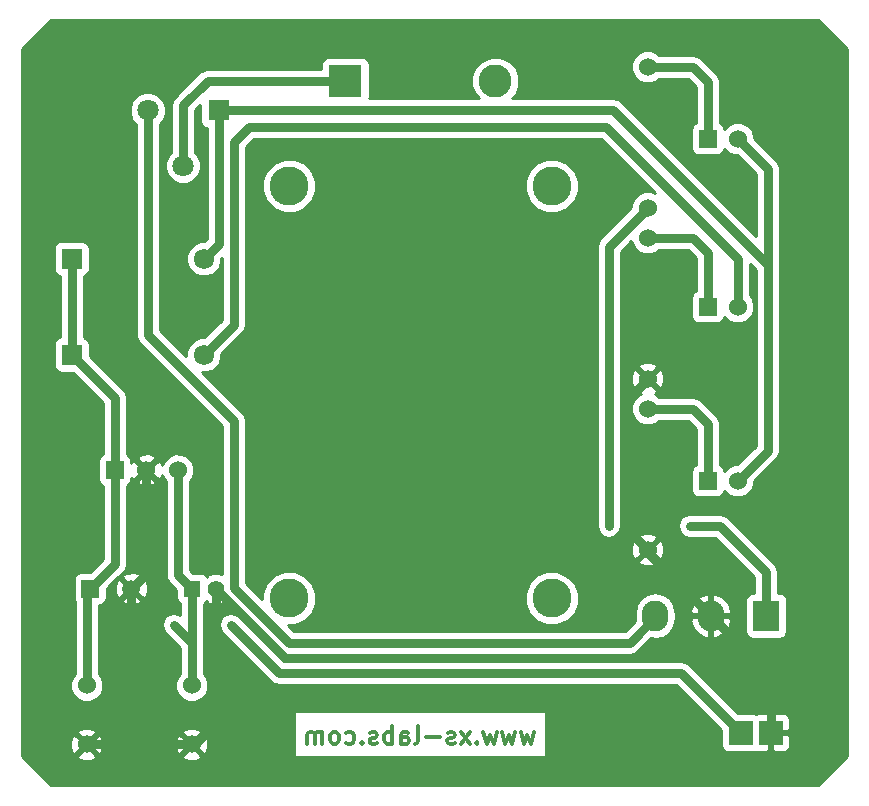
<source format=gbl>
G04 #@! TF.FileFunction,Copper,L2,Bot,Signal*
%FSLAX46Y46*%
G04 Gerber Fmt 4.6, Leading zero omitted, Abs format (unit mm)*
G04 Created by KiCad (PCBNEW (2015-08-21 BZR 6112)-product) date 2015 October 15, Thursday 21:52:47*
%MOMM*%
G01*
G04 APERTURE LIST*
%ADD10C,0.100000*%
%ADD11C,0.300000*%
%ADD12C,3.302000*%
%ADD13R,2.794000X2.794000*%
%ADD14C,2.794000*%
%ADD15R,1.500000X1.500000*%
%ADD16C,1.500000*%
%ADD17C,1.524000*%
%ADD18R,1.400000X1.400000*%
%ADD19C,1.400000*%
%ADD20C,1.724000*%
%ADD21R,1.724000X1.724000*%
%ADD22R,1.524000X1.524000*%
%ADD23O,2.235200X2.616200*%
%ADD24R,2.235200X2.616200*%
%ADD25R,2.032000X2.032000*%
%ADD26C,1.800000*%
%ADD27R,1.800000X1.800000*%
%ADD28C,0.635000*%
%ADD29C,0.762000*%
%ADD30C,0.254000*%
G04 APERTURE END LIST*
D10*
D11*
X143536572Y-125916571D02*
X143250858Y-126916571D01*
X142965144Y-126202286D01*
X142679429Y-126916571D01*
X142393715Y-125916571D01*
X141965143Y-125916571D02*
X141679429Y-126916571D01*
X141393715Y-126202286D01*
X141108000Y-126916571D01*
X140822286Y-125916571D01*
X140393714Y-125916571D02*
X140108000Y-126916571D01*
X139822286Y-126202286D01*
X139536571Y-126916571D01*
X139250857Y-125916571D01*
X138679428Y-126773714D02*
X138608000Y-126845143D01*
X138679428Y-126916571D01*
X138750857Y-126845143D01*
X138679428Y-126773714D01*
X138679428Y-126916571D01*
X138107999Y-126916571D02*
X137322285Y-125916571D01*
X138107999Y-125916571D02*
X137322285Y-126916571D01*
X136822285Y-126845143D02*
X136679428Y-126916571D01*
X136393713Y-126916571D01*
X136250856Y-126845143D01*
X136179428Y-126702286D01*
X136179428Y-126630857D01*
X136250856Y-126488000D01*
X136393713Y-126416571D01*
X136607999Y-126416571D01*
X136750856Y-126345143D01*
X136822285Y-126202286D01*
X136822285Y-126130857D01*
X136750856Y-125988000D01*
X136607999Y-125916571D01*
X136393713Y-125916571D01*
X136250856Y-125988000D01*
X135536570Y-126345143D02*
X134393713Y-126345143D01*
X133465141Y-126916571D02*
X133607999Y-126845143D01*
X133679427Y-126702286D01*
X133679427Y-125416571D01*
X132250856Y-126916571D02*
X132250856Y-126130857D01*
X132322285Y-125988000D01*
X132465142Y-125916571D01*
X132750856Y-125916571D01*
X132893713Y-125988000D01*
X132250856Y-126845143D02*
X132393713Y-126916571D01*
X132750856Y-126916571D01*
X132893713Y-126845143D01*
X132965142Y-126702286D01*
X132965142Y-126559429D01*
X132893713Y-126416571D01*
X132750856Y-126345143D01*
X132393713Y-126345143D01*
X132250856Y-126273714D01*
X131536570Y-126916571D02*
X131536570Y-125416571D01*
X131536570Y-125988000D02*
X131393713Y-125916571D01*
X131107999Y-125916571D01*
X130965142Y-125988000D01*
X130893713Y-126059429D01*
X130822284Y-126202286D01*
X130822284Y-126630857D01*
X130893713Y-126773714D01*
X130965142Y-126845143D01*
X131107999Y-126916571D01*
X131393713Y-126916571D01*
X131536570Y-126845143D01*
X130250856Y-126845143D02*
X130107999Y-126916571D01*
X129822284Y-126916571D01*
X129679427Y-126845143D01*
X129607999Y-126702286D01*
X129607999Y-126630857D01*
X129679427Y-126488000D01*
X129822284Y-126416571D01*
X130036570Y-126416571D01*
X130179427Y-126345143D01*
X130250856Y-126202286D01*
X130250856Y-126130857D01*
X130179427Y-125988000D01*
X130036570Y-125916571D01*
X129822284Y-125916571D01*
X129679427Y-125988000D01*
X128965141Y-126773714D02*
X128893713Y-126845143D01*
X128965141Y-126916571D01*
X129036570Y-126845143D01*
X128965141Y-126773714D01*
X128965141Y-126916571D01*
X127607998Y-126845143D02*
X127750855Y-126916571D01*
X128036569Y-126916571D01*
X128179427Y-126845143D01*
X128250855Y-126773714D01*
X128322284Y-126630857D01*
X128322284Y-126202286D01*
X128250855Y-126059429D01*
X128179427Y-125988000D01*
X128036569Y-125916571D01*
X127750855Y-125916571D01*
X127607998Y-125988000D01*
X126750855Y-126916571D02*
X126893713Y-126845143D01*
X126965141Y-126773714D01*
X127036570Y-126630857D01*
X127036570Y-126202286D01*
X126965141Y-126059429D01*
X126893713Y-125988000D01*
X126750855Y-125916571D01*
X126536570Y-125916571D01*
X126393713Y-125988000D01*
X126322284Y-126059429D01*
X126250855Y-126202286D01*
X126250855Y-126630857D01*
X126322284Y-126773714D01*
X126393713Y-126845143D01*
X126536570Y-126916571D01*
X126750855Y-126916571D01*
X125607998Y-126916571D02*
X125607998Y-125916571D01*
X125607998Y-126059429D02*
X125536570Y-125988000D01*
X125393712Y-125916571D01*
X125179427Y-125916571D01*
X125036570Y-125988000D01*
X124965141Y-126130857D01*
X124965141Y-126916571D01*
X124965141Y-126130857D02*
X124893712Y-125988000D01*
X124750855Y-125916571D01*
X124536570Y-125916571D01*
X124393712Y-125988000D01*
X124322284Y-126130857D01*
X124322284Y-126916571D01*
D12*
X122809000Y-114604800D03*
X122809000Y-79679800D03*
X145034000Y-114604800D03*
X145034000Y-79679800D03*
D13*
X127571500Y-70789800D03*
D14*
X140271500Y-70789800D03*
D15*
X105946000Y-113792000D03*
D16*
X109446000Y-113792000D03*
D17*
X105664000Y-121960000D03*
X105664000Y-126960000D03*
X114554000Y-121960000D03*
X114554000Y-126960000D03*
D18*
X114570000Y-113792000D03*
D19*
X116570000Y-113792000D03*
D20*
X115570000Y-85852000D03*
D21*
X104394000Y-85852000D03*
D20*
X115570000Y-93980000D03*
D21*
X104394000Y-93980000D03*
D17*
X160782000Y-104648000D03*
D22*
X158242000Y-104648000D03*
D17*
X160782000Y-89916000D03*
D22*
X158242000Y-89916000D03*
D17*
X160782000Y-75692000D03*
D22*
X158242000Y-75692000D03*
D17*
X153162000Y-110490000D03*
X153162000Y-98552000D03*
X153162000Y-96012000D03*
X153162000Y-84074000D03*
X153162000Y-81534000D03*
X153162000Y-69596000D03*
D23*
X158496000Y-116078000D03*
X153797000Y-116078000D03*
D24*
X163195000Y-116078000D03*
D22*
X108040000Y-103734000D03*
D17*
X110710000Y-103734000D03*
X113380000Y-103734000D03*
D25*
X161036000Y-125984000D03*
X163576000Y-125984000D03*
D26*
X113824000Y-77980000D03*
X110824000Y-73280000D03*
D27*
X116824000Y-73280000D03*
D28*
X140208000Y-74676000D03*
X117856000Y-116840000D03*
X113030000Y-116840000D03*
X156718000Y-108458000D03*
X149860000Y-108458000D03*
D29*
X113824000Y-77980000D02*
X113824000Y-72866000D01*
X115900200Y-70789800D02*
X127571500Y-70789800D01*
X113824000Y-72866000D02*
X115900200Y-70789800D01*
X160782000Y-89916000D02*
X160782000Y-85852000D01*
X118110000Y-91440000D02*
X115570000Y-93980000D01*
X118110000Y-75946000D02*
X118110000Y-91440000D01*
X119380000Y-74676000D02*
X118110000Y-75946000D01*
X149606000Y-74676000D02*
X140208000Y-74676000D01*
X140208000Y-74676000D02*
X119380000Y-74676000D01*
X160782000Y-85852000D02*
X149606000Y-74676000D01*
X104394000Y-85852000D02*
X104394000Y-93980000D01*
X108040000Y-103734000D02*
X108040000Y-97626000D01*
X108040000Y-97626000D02*
X104394000Y-93980000D01*
X105664000Y-121960000D02*
X105664000Y-114074000D01*
X105664000Y-114074000D02*
X105946000Y-113792000D01*
X108040000Y-103734000D02*
X108040000Y-111698000D01*
X108040000Y-111698000D02*
X105946000Y-113792000D01*
X105946000Y-121678000D02*
X105664000Y-121960000D01*
X116586000Y-113792000D02*
X122428000Y-119634000D01*
X122428000Y-119634000D02*
X162052000Y-119634000D01*
X163576000Y-124968000D02*
X163576000Y-121158000D01*
X162052000Y-119634000D02*
X158496000Y-116078000D01*
X163576000Y-121158000D02*
X162052000Y-119634000D01*
X153162000Y-96012000D02*
X151130000Y-98044000D01*
X151130000Y-108458000D02*
X153162000Y-110490000D01*
X151130000Y-98044000D02*
X151130000Y-108458000D01*
X116570000Y-113792000D02*
X116586000Y-113792000D01*
X109446000Y-113792000D02*
X109446000Y-126960000D01*
X109474000Y-127000000D02*
X109474000Y-126960000D01*
X109474000Y-126988000D02*
X109474000Y-127000000D01*
X109446000Y-126960000D02*
X109474000Y-126988000D01*
X153162000Y-110490000D02*
X153162000Y-110744000D01*
X153162000Y-110744000D02*
X158496000Y-116078000D01*
X116570000Y-113792000D02*
X116570000Y-125206000D01*
X116570000Y-125206000D02*
X114816000Y-126960000D01*
X114816000Y-126960000D02*
X114554000Y-126960000D01*
X114554000Y-126960000D02*
X109474000Y-126960000D01*
X109474000Y-126960000D02*
X105664000Y-126960000D01*
X110710000Y-103734000D02*
X110710000Y-112528000D01*
X110710000Y-112528000D02*
X109446000Y-113792000D01*
X109446000Y-113792000D02*
X109474000Y-113792000D01*
X161036000Y-125984000D02*
X155956000Y-120904000D01*
X155956000Y-120904000D02*
X121920000Y-120904000D01*
X121920000Y-120904000D02*
X117856000Y-116840000D01*
X113030000Y-116840000D02*
X114554000Y-118364000D01*
X114554000Y-121960000D02*
X114554000Y-118364000D01*
X114554000Y-118364000D02*
X114554000Y-113808000D01*
X114554000Y-113808000D02*
X114570000Y-113792000D01*
X114340000Y-121960000D02*
X114554000Y-121960000D01*
X114570000Y-121944000D02*
X114554000Y-121960000D01*
X113380000Y-103734000D02*
X113380000Y-112602000D01*
X113380000Y-112602000D02*
X114570000Y-113792000D01*
X114570000Y-121944000D02*
X114554000Y-121960000D01*
X116824000Y-73280000D02*
X116824000Y-84598000D01*
X116824000Y-84598000D02*
X115570000Y-85852000D01*
X116824000Y-73280000D02*
X150242000Y-73280000D01*
X150242000Y-73280000D02*
X163322000Y-86360000D01*
X160782000Y-75692000D02*
X163322000Y-78232000D01*
X163322000Y-78232000D02*
X163322000Y-86360000D01*
X163322000Y-102108000D02*
X160782000Y-104648000D01*
X163322000Y-86360000D02*
X163322000Y-102108000D01*
X160782000Y-75692000D02*
X160782000Y-75946000D01*
X153162000Y-98552000D02*
X156972000Y-98552000D01*
X158242000Y-99822000D02*
X158242000Y-104648000D01*
X156972000Y-98552000D02*
X158242000Y-99822000D01*
X153162000Y-84074000D02*
X156972000Y-84074000D01*
X158242000Y-85344000D02*
X158242000Y-89916000D01*
X156972000Y-84074000D02*
X158242000Y-85344000D01*
X153162000Y-69596000D02*
X156972000Y-69596000D01*
X158242000Y-70866000D02*
X158242000Y-75692000D01*
X156972000Y-69596000D02*
X158242000Y-70866000D01*
X153797000Y-116078000D02*
X153797000Y-116205000D01*
X153797000Y-116205000D02*
X151638000Y-118364000D01*
X110824000Y-92282000D02*
X110824000Y-73280000D01*
X118110000Y-99568000D02*
X110824000Y-92282000D01*
X118110000Y-113699552D02*
X118110000Y-99568000D01*
X122774448Y-118364000D02*
X118110000Y-113699552D01*
X151638000Y-118364000D02*
X122774448Y-118364000D01*
X153797000Y-115189000D02*
X153797000Y-116078000D01*
X153162000Y-81534000D02*
X149860000Y-84836000D01*
X163195000Y-112395000D02*
X163195000Y-116078000D01*
X159258000Y-108458000D02*
X163195000Y-112395000D01*
X156718000Y-108458000D02*
X159258000Y-108458000D01*
X149860000Y-84836000D02*
X149860000Y-108458000D01*
D30*
G36*
X170053000Y-68124606D02*
X170053000Y-127963394D01*
X167587394Y-130429000D01*
X102668606Y-130429000D01*
X100203000Y-127963394D01*
X100203000Y-127940213D01*
X104863392Y-127940213D01*
X104932857Y-128182397D01*
X105456302Y-128369144D01*
X106011368Y-128341362D01*
X106395143Y-128182397D01*
X106464608Y-127940213D01*
X113753392Y-127940213D01*
X113822857Y-128182397D01*
X114346302Y-128369144D01*
X114901368Y-128341362D01*
X115285143Y-128182397D01*
X115354608Y-127940213D01*
X114554000Y-127139605D01*
X113753392Y-127940213D01*
X106464608Y-127940213D01*
X105664000Y-127139605D01*
X104863392Y-127940213D01*
X100203000Y-127940213D01*
X100203000Y-126752302D01*
X104254856Y-126752302D01*
X104282638Y-127307368D01*
X104441603Y-127691143D01*
X104683787Y-127760608D01*
X105484395Y-126960000D01*
X105843605Y-126960000D01*
X106644213Y-127760608D01*
X106886397Y-127691143D01*
X107073144Y-127167698D01*
X107052353Y-126752302D01*
X113144856Y-126752302D01*
X113172638Y-127307368D01*
X113331603Y-127691143D01*
X113573787Y-127760608D01*
X114374395Y-126960000D01*
X114733605Y-126960000D01*
X115534213Y-127760608D01*
X115776397Y-127691143D01*
X115963144Y-127167698D01*
X115935362Y-126612632D01*
X115776397Y-126228857D01*
X115534213Y-126159392D01*
X114733605Y-126960000D01*
X114374395Y-126960000D01*
X113573787Y-126159392D01*
X113331603Y-126228857D01*
X113144856Y-126752302D01*
X107052353Y-126752302D01*
X107045362Y-126612632D01*
X106886397Y-126228857D01*
X106644213Y-126159392D01*
X105843605Y-126960000D01*
X105484395Y-126960000D01*
X104683787Y-126159392D01*
X104441603Y-126228857D01*
X104254856Y-126752302D01*
X100203000Y-126752302D01*
X100203000Y-125979787D01*
X104863392Y-125979787D01*
X105664000Y-126780395D01*
X106464608Y-125979787D01*
X113753392Y-125979787D01*
X114554000Y-126780395D01*
X115354608Y-125979787D01*
X115285143Y-125737603D01*
X114761698Y-125550856D01*
X114206632Y-125578638D01*
X113822857Y-125737603D01*
X113753392Y-125979787D01*
X106464608Y-125979787D01*
X106395143Y-125737603D01*
X105871698Y-125550856D01*
X105316632Y-125578638D01*
X104932857Y-125737603D01*
X104863392Y-125979787D01*
X100203000Y-125979787D01*
X100203000Y-124103000D01*
X123180142Y-124103000D01*
X123180142Y-128073000D01*
X144535859Y-128073000D01*
X144535859Y-124103000D01*
X123180142Y-124103000D01*
X100203000Y-124103000D01*
X100203000Y-84990000D01*
X102884560Y-84990000D01*
X102884560Y-86714000D01*
X102928838Y-86949317D01*
X103067910Y-87165441D01*
X103280110Y-87310431D01*
X103378000Y-87330254D01*
X103378000Y-92499537D01*
X103296683Y-92514838D01*
X103080559Y-92653910D01*
X102935569Y-92866110D01*
X102884560Y-93118000D01*
X102884560Y-94842000D01*
X102928838Y-95077317D01*
X103067910Y-95293441D01*
X103280110Y-95438431D01*
X103532000Y-95489440D01*
X104466600Y-95489440D01*
X107024000Y-98046841D01*
X107024000Y-102380860D01*
X106826559Y-102507910D01*
X106681569Y-102720110D01*
X106630560Y-102972000D01*
X106630560Y-104496000D01*
X106674838Y-104731317D01*
X106813910Y-104947441D01*
X107024000Y-105090989D01*
X107024000Y-111277159D01*
X105906600Y-112394560D01*
X105196000Y-112394560D01*
X104960683Y-112438838D01*
X104744559Y-112577910D01*
X104599569Y-112790110D01*
X104548560Y-113042000D01*
X104548560Y-114542000D01*
X104592838Y-114777317D01*
X104648000Y-114863041D01*
X104648000Y-121000293D01*
X104480371Y-121167630D01*
X104267243Y-121680900D01*
X104266758Y-122236661D01*
X104478990Y-122750303D01*
X104871630Y-123143629D01*
X105384900Y-123356757D01*
X105940661Y-123357242D01*
X106454303Y-123145010D01*
X106847629Y-122752370D01*
X107060757Y-122239100D01*
X107061242Y-121683339D01*
X106849010Y-121169697D01*
X106715353Y-121035807D01*
X106680000Y-120982897D01*
X106680000Y-115189440D01*
X106696000Y-115189440D01*
X106931317Y-115145162D01*
X107147441Y-115006090D01*
X107292431Y-114793890D01*
X107298581Y-114763517D01*
X108654088Y-114763517D01*
X108722077Y-115004460D01*
X109241171Y-115189201D01*
X109791448Y-115161230D01*
X110169923Y-115004460D01*
X110237912Y-114763517D01*
X109446000Y-113971605D01*
X108654088Y-114763517D01*
X107298581Y-114763517D01*
X107343440Y-114542000D01*
X107343440Y-113831400D01*
X107587669Y-113587171D01*
X108048799Y-113587171D01*
X108076770Y-114137448D01*
X108233540Y-114515923D01*
X108474483Y-114583912D01*
X109266395Y-113792000D01*
X109625605Y-113792000D01*
X110417517Y-114583912D01*
X110658460Y-114515923D01*
X110843201Y-113996829D01*
X110815230Y-113446552D01*
X110658460Y-113068077D01*
X110417517Y-113000088D01*
X109625605Y-113792000D01*
X109266395Y-113792000D01*
X108474483Y-113000088D01*
X108233540Y-113068077D01*
X108048799Y-113587171D01*
X107587669Y-113587171D01*
X108354357Y-112820483D01*
X108654088Y-112820483D01*
X109446000Y-113612395D01*
X110237912Y-112820483D01*
X110169923Y-112579540D01*
X109650829Y-112394799D01*
X109100552Y-112422770D01*
X108722077Y-112579540D01*
X108654088Y-112820483D01*
X108354357Y-112820483D01*
X108758420Y-112416421D01*
X108978661Y-112086807D01*
X108978662Y-112086806D01*
X109056000Y-111698000D01*
X109056000Y-105087140D01*
X109253441Y-104960090D01*
X109398431Y-104747890D01*
X109405250Y-104714213D01*
X109909392Y-104714213D01*
X109978857Y-104956397D01*
X110502302Y-105143144D01*
X111057368Y-105115362D01*
X111441143Y-104956397D01*
X111510608Y-104714213D01*
X110710000Y-103913605D01*
X109909392Y-104714213D01*
X109405250Y-104714213D01*
X109449440Y-104496000D01*
X109449440Y-104373009D01*
X109487603Y-104465143D01*
X109729787Y-104534608D01*
X110530395Y-103734000D01*
X109729787Y-102933392D01*
X109487603Y-103002857D01*
X109449440Y-103109826D01*
X109449440Y-102972000D01*
X109408381Y-102753787D01*
X109909392Y-102753787D01*
X110710000Y-103554395D01*
X111510608Y-102753787D01*
X111441143Y-102511603D01*
X110917698Y-102324856D01*
X110362632Y-102352638D01*
X109978857Y-102511603D01*
X109909392Y-102753787D01*
X109408381Y-102753787D01*
X109405162Y-102736683D01*
X109266090Y-102520559D01*
X109056000Y-102377011D01*
X109056000Y-97626000D01*
X108978662Y-97237194D01*
X108978662Y-97237193D01*
X108758421Y-96907580D01*
X105903440Y-94052600D01*
X105903440Y-93118000D01*
X105859162Y-92882683D01*
X105720090Y-92666559D01*
X105507890Y-92521569D01*
X105410000Y-92501746D01*
X105410000Y-87332463D01*
X105491317Y-87317162D01*
X105707441Y-87178090D01*
X105852431Y-86965890D01*
X105903440Y-86714000D01*
X105903440Y-84990000D01*
X105859162Y-84754683D01*
X105720090Y-84538559D01*
X105507890Y-84393569D01*
X105256000Y-84342560D01*
X103532000Y-84342560D01*
X103296683Y-84386838D01*
X103080559Y-84525910D01*
X102935569Y-84738110D01*
X102884560Y-84990000D01*
X100203000Y-84990000D01*
X100203000Y-73583991D01*
X109288735Y-73583991D01*
X109521932Y-74148371D01*
X109808000Y-74434940D01*
X109808000Y-92282000D01*
X109842611Y-92456000D01*
X109885338Y-92670807D01*
X110105580Y-93000420D01*
X117094000Y-99988841D01*
X117094000Y-112561163D01*
X116762878Y-112444581D01*
X116232560Y-112473336D01*
X115876169Y-112620958D01*
X115831375Y-112791744D01*
X115734090Y-112640559D01*
X115521890Y-112495569D01*
X115270000Y-112444560D01*
X114659400Y-112444560D01*
X114396000Y-112181160D01*
X114396000Y-104693707D01*
X114563629Y-104526370D01*
X114776757Y-104013100D01*
X114777242Y-103457339D01*
X114565010Y-102943697D01*
X114172370Y-102550371D01*
X113659100Y-102337243D01*
X113103339Y-102336758D01*
X112589697Y-102548990D01*
X112196371Y-102941630D01*
X112051525Y-103290458D01*
X111932397Y-103002857D01*
X111690213Y-102933392D01*
X110889605Y-103734000D01*
X111690213Y-104534608D01*
X111932397Y-104465143D01*
X112042745Y-104155841D01*
X112194990Y-104524303D01*
X112364000Y-104693608D01*
X112364000Y-112602000D01*
X112414668Y-112856725D01*
X112441338Y-112990807D01*
X112661580Y-113320420D01*
X113222560Y-113881400D01*
X113222560Y-114492000D01*
X113266838Y-114727317D01*
X113405910Y-114943441D01*
X113538000Y-115033694D01*
X113538000Y-115980981D01*
X113418807Y-115901338D01*
X113030000Y-115824001D01*
X112641193Y-115901338D01*
X112311580Y-116121580D01*
X112091338Y-116451193D01*
X112014001Y-116840000D01*
X112091338Y-117228807D01*
X112311580Y-117558420D01*
X113538000Y-118784841D01*
X113538000Y-121000293D01*
X113370371Y-121167630D01*
X113157243Y-121680900D01*
X113156758Y-122236661D01*
X113368990Y-122750303D01*
X113761630Y-123143629D01*
X114274900Y-123356757D01*
X114830661Y-123357242D01*
X115344303Y-123145010D01*
X115737629Y-122752370D01*
X115950757Y-122239100D01*
X115951242Y-121683339D01*
X115739010Y-121169697D01*
X115570000Y-121000392D01*
X115570000Y-116840000D01*
X116840001Y-116840000D01*
X116917338Y-117228807D01*
X117137580Y-117558420D01*
X121201580Y-121622421D01*
X121531193Y-121842662D01*
X121595700Y-121855493D01*
X121920000Y-121920000D01*
X155535160Y-121920000D01*
X159372560Y-125757401D01*
X159372560Y-127000000D01*
X159416838Y-127235317D01*
X159555910Y-127451441D01*
X159768110Y-127596431D01*
X160020000Y-127647440D01*
X162052000Y-127647440D01*
X162287317Y-127603162D01*
X162314539Y-127585645D01*
X162433691Y-127635000D01*
X163290250Y-127635000D01*
X163449000Y-127476250D01*
X163449000Y-126111000D01*
X163703000Y-126111000D01*
X163703000Y-127476250D01*
X163861750Y-127635000D01*
X164718309Y-127635000D01*
X164951698Y-127538327D01*
X165130327Y-127359699D01*
X165227000Y-127126310D01*
X165227000Y-126269750D01*
X165068250Y-126111000D01*
X163703000Y-126111000D01*
X163449000Y-126111000D01*
X163429000Y-126111000D01*
X163429000Y-125857000D01*
X163449000Y-125857000D01*
X163449000Y-124491750D01*
X163703000Y-124491750D01*
X163703000Y-125857000D01*
X165068250Y-125857000D01*
X165227000Y-125698250D01*
X165227000Y-124841690D01*
X165130327Y-124608301D01*
X164951698Y-124429673D01*
X164718309Y-124333000D01*
X163861750Y-124333000D01*
X163703000Y-124491750D01*
X163449000Y-124491750D01*
X163290250Y-124333000D01*
X162433691Y-124333000D01*
X162317737Y-124381030D01*
X162303890Y-124371569D01*
X162052000Y-124320560D01*
X160809401Y-124320560D01*
X156674420Y-120185580D01*
X156344807Y-119965338D01*
X156280300Y-119952507D01*
X155956000Y-119888000D01*
X122340841Y-119888000D01*
X118574420Y-116121580D01*
X118244807Y-115901338D01*
X117856000Y-115824001D01*
X117467193Y-115901338D01*
X117137580Y-116121580D01*
X116917338Y-116451193D01*
X116840001Y-116840000D01*
X115570000Y-116840000D01*
X115570000Y-115053540D01*
X115721441Y-114956090D01*
X115831932Y-114794381D01*
X115876169Y-114963042D01*
X116377122Y-115139419D01*
X116907440Y-115110664D01*
X117263831Y-114963042D01*
X117325669Y-114727275D01*
X116570000Y-113971605D01*
X116555858Y-113985748D01*
X116376252Y-113806142D01*
X116390395Y-113792000D01*
X116376252Y-113777858D01*
X116555858Y-113598252D01*
X116570000Y-113612395D01*
X116584142Y-113598252D01*
X116763748Y-113777858D01*
X116749605Y-113792000D01*
X117505275Y-114547669D01*
X117517952Y-114544344D01*
X122056028Y-119082421D01*
X122385641Y-119302662D01*
X122774448Y-119380000D01*
X151638000Y-119380000D01*
X151962300Y-119315493D01*
X152026807Y-119302662D01*
X152356420Y-119082420D01*
X153448912Y-117989929D01*
X153797000Y-118059168D01*
X154467691Y-117925759D01*
X155036275Y-117545843D01*
X155416191Y-116977259D01*
X155515040Y-116480308D01*
X156752777Y-116480308D01*
X156966527Y-117131288D01*
X157413126Y-117650916D01*
X158024583Y-117960084D01*
X158097117Y-117975104D01*
X158369000Y-117857282D01*
X158369000Y-116205000D01*
X158623000Y-116205000D01*
X158623000Y-117857282D01*
X158894883Y-117975104D01*
X158967417Y-117960084D01*
X159578874Y-117650916D01*
X160025473Y-117131288D01*
X160239223Y-116480308D01*
X160092145Y-116205000D01*
X158623000Y-116205000D01*
X158369000Y-116205000D01*
X156899855Y-116205000D01*
X156752777Y-116480308D01*
X155515040Y-116480308D01*
X155549600Y-116306568D01*
X155549600Y-115849432D01*
X155515041Y-115675692D01*
X156752777Y-115675692D01*
X156899855Y-115951000D01*
X158369000Y-115951000D01*
X158369000Y-114298718D01*
X158623000Y-114298718D01*
X158623000Y-115951000D01*
X160092145Y-115951000D01*
X160239223Y-115675692D01*
X160025473Y-115024712D01*
X159578874Y-114505084D01*
X158967417Y-114195916D01*
X158894883Y-114180896D01*
X158623000Y-114298718D01*
X158369000Y-114298718D01*
X158097117Y-114180896D01*
X158024583Y-114195916D01*
X157413126Y-114505084D01*
X156966527Y-115024712D01*
X156752777Y-115675692D01*
X155515041Y-115675692D01*
X155416191Y-115178741D01*
X155036275Y-114610157D01*
X154467691Y-114230241D01*
X153797000Y-114096832D01*
X153126309Y-114230241D01*
X152557725Y-114610157D01*
X152177809Y-115178741D01*
X152044400Y-115849432D01*
X152044400Y-116306568D01*
X152079937Y-116485223D01*
X151217160Y-117348000D01*
X123195289Y-117348000D01*
X122738028Y-116890739D01*
X123261719Y-116891196D01*
X124102223Y-116543906D01*
X124745846Y-115901405D01*
X125094602Y-115061508D01*
X125094605Y-115057519D01*
X142747604Y-115057519D01*
X143094894Y-115898023D01*
X143737395Y-116541646D01*
X144577292Y-116890402D01*
X145486719Y-116891196D01*
X146327223Y-116543906D01*
X146970846Y-115901405D01*
X147319602Y-115061508D01*
X147320396Y-114152081D01*
X146973106Y-113311577D01*
X146330605Y-112667954D01*
X145490708Y-112319198D01*
X144581281Y-112318404D01*
X143740777Y-112665694D01*
X143097154Y-113308195D01*
X142748398Y-114148092D01*
X142747604Y-115057519D01*
X125094605Y-115057519D01*
X125095396Y-114152081D01*
X124748106Y-113311577D01*
X124105605Y-112667954D01*
X123265708Y-112319198D01*
X122356281Y-112318404D01*
X121515777Y-112665694D01*
X120872154Y-113308195D01*
X120523398Y-114148092D01*
X120522937Y-114675649D01*
X119126000Y-113278712D01*
X119126000Y-111470213D01*
X152361392Y-111470213D01*
X152430857Y-111712397D01*
X152954302Y-111899144D01*
X153509368Y-111871362D01*
X153893143Y-111712397D01*
X153962608Y-111470213D01*
X153162000Y-110669605D01*
X152361392Y-111470213D01*
X119126000Y-111470213D01*
X119126000Y-110282302D01*
X151752856Y-110282302D01*
X151780638Y-110837368D01*
X151939603Y-111221143D01*
X152181787Y-111290608D01*
X152982395Y-110490000D01*
X153341605Y-110490000D01*
X154142213Y-111290608D01*
X154384397Y-111221143D01*
X154571144Y-110697698D01*
X154543362Y-110142632D01*
X154384397Y-109758857D01*
X154142213Y-109689392D01*
X153341605Y-110490000D01*
X152982395Y-110490000D01*
X152181787Y-109689392D01*
X151939603Y-109758857D01*
X151752856Y-110282302D01*
X119126000Y-110282302D01*
X119126000Y-109509787D01*
X152361392Y-109509787D01*
X153162000Y-110310395D01*
X153962608Y-109509787D01*
X153893143Y-109267603D01*
X153369698Y-109080856D01*
X152814632Y-109108638D01*
X152430857Y-109267603D01*
X152361392Y-109509787D01*
X119126000Y-109509787D01*
X119126000Y-99568000D01*
X119048662Y-99179194D01*
X119048662Y-99179193D01*
X118828420Y-98849579D01*
X115455742Y-95476901D01*
X115866465Y-95477259D01*
X116416875Y-95249835D01*
X116838355Y-94829090D01*
X117066740Y-94279078D01*
X117067053Y-93919787D01*
X118828420Y-92158421D01*
X119048661Y-91828807D01*
X119048662Y-91828806D01*
X119126000Y-91440000D01*
X119126000Y-80132519D01*
X120522604Y-80132519D01*
X120869894Y-80973023D01*
X121512395Y-81616646D01*
X122352292Y-81965402D01*
X123261719Y-81966196D01*
X124102223Y-81618906D01*
X124745846Y-80976405D01*
X125094602Y-80136508D01*
X125094605Y-80132519D01*
X142747604Y-80132519D01*
X143094894Y-80973023D01*
X143737395Y-81616646D01*
X144577292Y-81965402D01*
X145486719Y-81966196D01*
X146327223Y-81618906D01*
X146970846Y-80976405D01*
X147319602Y-80136508D01*
X147320396Y-79227081D01*
X146973106Y-78386577D01*
X146330605Y-77742954D01*
X145490708Y-77394198D01*
X144581281Y-77393404D01*
X143740777Y-77740694D01*
X143097154Y-78383195D01*
X142748398Y-79223092D01*
X142747604Y-80132519D01*
X125094605Y-80132519D01*
X125095396Y-79227081D01*
X124748106Y-78386577D01*
X124105605Y-77742954D01*
X123265708Y-77394198D01*
X122356281Y-77393404D01*
X121515777Y-77740694D01*
X120872154Y-78383195D01*
X120523398Y-79223092D01*
X120522604Y-80132519D01*
X119126000Y-80132519D01*
X119126000Y-76366840D01*
X119800841Y-75692000D01*
X149185160Y-75692000D01*
X153764825Y-80271665D01*
X153441100Y-80137243D01*
X152885339Y-80136758D01*
X152371697Y-80348990D01*
X151978371Y-80741630D01*
X151765243Y-81254900D01*
X151765034Y-81494125D01*
X149141580Y-84117580D01*
X148921338Y-84447193D01*
X148918232Y-84462807D01*
X148844000Y-84836000D01*
X148844000Y-108458000D01*
X148921338Y-108846806D01*
X149141580Y-109176420D01*
X149471194Y-109396662D01*
X149860000Y-109474000D01*
X150248806Y-109396662D01*
X150578420Y-109176420D01*
X150798662Y-108846806D01*
X150876000Y-108458000D01*
X155702000Y-108458000D01*
X155779338Y-108846806D01*
X155999580Y-109176420D01*
X156329194Y-109396662D01*
X156718000Y-109474000D01*
X158837160Y-109474000D01*
X162179000Y-112815841D01*
X162179000Y-114122460D01*
X162077400Y-114122460D01*
X161842083Y-114166738D01*
X161625959Y-114305810D01*
X161480969Y-114518010D01*
X161429960Y-114769900D01*
X161429960Y-117386100D01*
X161474238Y-117621417D01*
X161613310Y-117837541D01*
X161825510Y-117982531D01*
X162077400Y-118033540D01*
X164312600Y-118033540D01*
X164547917Y-117989262D01*
X164764041Y-117850190D01*
X164909031Y-117637990D01*
X164960040Y-117386100D01*
X164960040Y-114769900D01*
X164915762Y-114534583D01*
X164776690Y-114318459D01*
X164564490Y-114173469D01*
X164312600Y-114122460D01*
X164211000Y-114122460D01*
X164211000Y-112395000D01*
X164133662Y-112006194D01*
X164133662Y-112006193D01*
X163913421Y-111676580D01*
X159976420Y-107739580D01*
X159646807Y-107519338D01*
X159576408Y-107505335D01*
X159258000Y-107442000D01*
X156718000Y-107442000D01*
X156329194Y-107519338D01*
X155999580Y-107739580D01*
X155779338Y-108069194D01*
X155702000Y-108458000D01*
X150876000Y-108458000D01*
X150876000Y-95804302D01*
X151752856Y-95804302D01*
X151780638Y-96359368D01*
X151939603Y-96743143D01*
X152181787Y-96812608D01*
X152982395Y-96012000D01*
X153341605Y-96012000D01*
X154142213Y-96812608D01*
X154384397Y-96743143D01*
X154571144Y-96219698D01*
X154543362Y-95664632D01*
X154384397Y-95280857D01*
X154142213Y-95211392D01*
X153341605Y-96012000D01*
X152982395Y-96012000D01*
X152181787Y-95211392D01*
X151939603Y-95280857D01*
X151752856Y-95804302D01*
X150876000Y-95804302D01*
X150876000Y-95031787D01*
X152361392Y-95031787D01*
X153162000Y-95832395D01*
X153962608Y-95031787D01*
X153893143Y-94789603D01*
X153369698Y-94602856D01*
X152814632Y-94630638D01*
X152430857Y-94789603D01*
X152361392Y-95031787D01*
X150876000Y-95031787D01*
X150876000Y-85256840D01*
X151769852Y-84362989D01*
X151976990Y-84864303D01*
X152369630Y-85257629D01*
X152882900Y-85470757D01*
X153438661Y-85471242D01*
X153952303Y-85259010D01*
X154121608Y-85090000D01*
X156551160Y-85090000D01*
X157226000Y-85764841D01*
X157226000Y-88562860D01*
X157028559Y-88689910D01*
X156883569Y-88902110D01*
X156832560Y-89154000D01*
X156832560Y-90678000D01*
X156876838Y-90913317D01*
X157015910Y-91129441D01*
X157228110Y-91274431D01*
X157480000Y-91325440D01*
X159004000Y-91325440D01*
X159239317Y-91281162D01*
X159455441Y-91142090D01*
X159600431Y-90929890D01*
X159637492Y-90746876D01*
X159989630Y-91099629D01*
X160502900Y-91312757D01*
X161058661Y-91313242D01*
X161572303Y-91101010D01*
X161965629Y-90708370D01*
X162178757Y-90195100D01*
X162179242Y-89639339D01*
X161967010Y-89125697D01*
X161798000Y-88956392D01*
X161798000Y-86272841D01*
X162306000Y-86780841D01*
X162306000Y-101687159D01*
X160742195Y-103250965D01*
X160505339Y-103250758D01*
X159991697Y-103462990D01*
X159638237Y-103815833D01*
X159607162Y-103650683D01*
X159468090Y-103434559D01*
X159258000Y-103291011D01*
X159258000Y-99822000D01*
X159180662Y-99433194D01*
X159107581Y-99323821D01*
X158960420Y-99103579D01*
X157690420Y-97833580D01*
X157360807Y-97613338D01*
X157296300Y-97600507D01*
X156972000Y-97536000D01*
X154121707Y-97536000D01*
X153954370Y-97368371D01*
X153762273Y-97288605D01*
X153893143Y-97234397D01*
X153962608Y-96992213D01*
X153162000Y-96191605D01*
X152361392Y-96992213D01*
X152430857Y-97234397D01*
X152571318Y-97284509D01*
X152371697Y-97366990D01*
X151978371Y-97759630D01*
X151765243Y-98272900D01*
X151764758Y-98828661D01*
X151976990Y-99342303D01*
X152369630Y-99735629D01*
X152882900Y-99948757D01*
X153438661Y-99949242D01*
X153952303Y-99737010D01*
X154121608Y-99568000D01*
X156551160Y-99568000D01*
X157226000Y-100242841D01*
X157226000Y-103294860D01*
X157028559Y-103421910D01*
X156883569Y-103634110D01*
X156832560Y-103886000D01*
X156832560Y-105410000D01*
X156876838Y-105645317D01*
X157015910Y-105861441D01*
X157228110Y-106006431D01*
X157480000Y-106057440D01*
X159004000Y-106057440D01*
X159239317Y-106013162D01*
X159455441Y-105874090D01*
X159600431Y-105661890D01*
X159637492Y-105478876D01*
X159989630Y-105831629D01*
X160502900Y-106044757D01*
X161058661Y-106045242D01*
X161572303Y-105833010D01*
X161965629Y-105440370D01*
X162178757Y-104927100D01*
X162178966Y-104687875D01*
X164040420Y-102826421D01*
X164224871Y-102550371D01*
X164260662Y-102496806D01*
X164338000Y-102108000D01*
X164338000Y-78232000D01*
X164260662Y-77843194D01*
X164147162Y-77673330D01*
X164040420Y-77513579D01*
X162179035Y-75652195D01*
X162179242Y-75415339D01*
X161967010Y-74901697D01*
X161574370Y-74508371D01*
X161061100Y-74295243D01*
X160505339Y-74294758D01*
X159991697Y-74506990D01*
X159638237Y-74859833D01*
X159607162Y-74694683D01*
X159468090Y-74478559D01*
X159258000Y-74335011D01*
X159258000Y-70866000D01*
X159180662Y-70477194D01*
X159107581Y-70367821D01*
X158960420Y-70147579D01*
X157690420Y-68877580D01*
X157360807Y-68657338D01*
X157296300Y-68644507D01*
X156972000Y-68580000D01*
X154121707Y-68580000D01*
X153954370Y-68412371D01*
X153441100Y-68199243D01*
X152885339Y-68198758D01*
X152371697Y-68410990D01*
X151978371Y-68803630D01*
X151765243Y-69316900D01*
X151764758Y-69872661D01*
X151976990Y-70386303D01*
X152369630Y-70779629D01*
X152882900Y-70992757D01*
X153438661Y-70993242D01*
X153952303Y-70781010D01*
X154121608Y-70612000D01*
X156551160Y-70612000D01*
X157226000Y-71286841D01*
X157226000Y-74338860D01*
X157028559Y-74465910D01*
X156883569Y-74678110D01*
X156832560Y-74930000D01*
X156832560Y-76454000D01*
X156876838Y-76689317D01*
X157015910Y-76905441D01*
X157228110Y-77050431D01*
X157480000Y-77101440D01*
X159004000Y-77101440D01*
X159239317Y-77057162D01*
X159455441Y-76918090D01*
X159600431Y-76705890D01*
X159637492Y-76522876D01*
X159989630Y-76875629D01*
X160502900Y-77088757D01*
X160742125Y-77088966D01*
X162306000Y-78652841D01*
X162306000Y-83907159D01*
X150960420Y-72561580D01*
X150630807Y-72341338D01*
X150566300Y-72328507D01*
X150242000Y-72264000D01*
X141670917Y-72264000D01*
X141993141Y-71942338D01*
X142303146Y-71195763D01*
X142303852Y-70387384D01*
X141995150Y-69640268D01*
X141424038Y-69068159D01*
X140677463Y-68758154D01*
X139869084Y-68757448D01*
X139121968Y-69066150D01*
X138549859Y-69637262D01*
X138239854Y-70383837D01*
X138239148Y-71192216D01*
X138547850Y-71939332D01*
X138871952Y-72264000D01*
X129600307Y-72264000D01*
X129615940Y-72186800D01*
X129615940Y-69392800D01*
X129571662Y-69157483D01*
X129432590Y-68941359D01*
X129220390Y-68796369D01*
X128968500Y-68745360D01*
X126174500Y-68745360D01*
X125939183Y-68789638D01*
X125723059Y-68928710D01*
X125578069Y-69140910D01*
X125527060Y-69392800D01*
X125527060Y-69773800D01*
X115900200Y-69773800D01*
X115511394Y-69851138D01*
X115402021Y-69924219D01*
X115181779Y-70071380D01*
X113105580Y-72147580D01*
X112885338Y-72477193D01*
X112885338Y-72477194D01*
X112808000Y-72866000D01*
X112808000Y-76825303D01*
X112523449Y-77109357D01*
X112289267Y-77673330D01*
X112288735Y-78283991D01*
X112521932Y-78848371D01*
X112953357Y-79280551D01*
X113517330Y-79514733D01*
X114127991Y-79515265D01*
X114692371Y-79282068D01*
X115124551Y-78850643D01*
X115358733Y-78286670D01*
X115359265Y-77676009D01*
X115126068Y-77111629D01*
X114840000Y-76825060D01*
X114840000Y-73286840D01*
X115276560Y-72850280D01*
X115276560Y-74180000D01*
X115320838Y-74415317D01*
X115459910Y-74631441D01*
X115672110Y-74776431D01*
X115808000Y-74803949D01*
X115808000Y-84177159D01*
X115630108Y-84355052D01*
X115273535Y-84354741D01*
X114723125Y-84582165D01*
X114301645Y-85002910D01*
X114073260Y-85552922D01*
X114072741Y-86148465D01*
X114300165Y-86698875D01*
X114720910Y-87120355D01*
X115270922Y-87348740D01*
X115866465Y-87349259D01*
X116416875Y-87121835D01*
X116838355Y-86701090D01*
X117066740Y-86151078D01*
X117067053Y-85791788D01*
X117094000Y-85764841D01*
X117094000Y-91019159D01*
X115630108Y-92483052D01*
X115273535Y-92482741D01*
X114723125Y-92710165D01*
X114301645Y-93130910D01*
X114073260Y-93680922D01*
X114072900Y-94094060D01*
X111840000Y-91861160D01*
X111840000Y-74434697D01*
X112124551Y-74150643D01*
X112358733Y-73586670D01*
X112359265Y-72976009D01*
X112126068Y-72411629D01*
X111694643Y-71979449D01*
X111130670Y-71745267D01*
X110520009Y-71744735D01*
X109955629Y-71977932D01*
X109523449Y-72409357D01*
X109289267Y-72973330D01*
X109288735Y-73583991D01*
X100203000Y-73583991D01*
X100203000Y-68124606D01*
X102668606Y-65659000D01*
X167587394Y-65659000D01*
X170053000Y-68124606D01*
X170053000Y-68124606D01*
G37*
X170053000Y-68124606D02*
X170053000Y-127963394D01*
X167587394Y-130429000D01*
X102668606Y-130429000D01*
X100203000Y-127963394D01*
X100203000Y-127940213D01*
X104863392Y-127940213D01*
X104932857Y-128182397D01*
X105456302Y-128369144D01*
X106011368Y-128341362D01*
X106395143Y-128182397D01*
X106464608Y-127940213D01*
X113753392Y-127940213D01*
X113822857Y-128182397D01*
X114346302Y-128369144D01*
X114901368Y-128341362D01*
X115285143Y-128182397D01*
X115354608Y-127940213D01*
X114554000Y-127139605D01*
X113753392Y-127940213D01*
X106464608Y-127940213D01*
X105664000Y-127139605D01*
X104863392Y-127940213D01*
X100203000Y-127940213D01*
X100203000Y-126752302D01*
X104254856Y-126752302D01*
X104282638Y-127307368D01*
X104441603Y-127691143D01*
X104683787Y-127760608D01*
X105484395Y-126960000D01*
X105843605Y-126960000D01*
X106644213Y-127760608D01*
X106886397Y-127691143D01*
X107073144Y-127167698D01*
X107052353Y-126752302D01*
X113144856Y-126752302D01*
X113172638Y-127307368D01*
X113331603Y-127691143D01*
X113573787Y-127760608D01*
X114374395Y-126960000D01*
X114733605Y-126960000D01*
X115534213Y-127760608D01*
X115776397Y-127691143D01*
X115963144Y-127167698D01*
X115935362Y-126612632D01*
X115776397Y-126228857D01*
X115534213Y-126159392D01*
X114733605Y-126960000D01*
X114374395Y-126960000D01*
X113573787Y-126159392D01*
X113331603Y-126228857D01*
X113144856Y-126752302D01*
X107052353Y-126752302D01*
X107045362Y-126612632D01*
X106886397Y-126228857D01*
X106644213Y-126159392D01*
X105843605Y-126960000D01*
X105484395Y-126960000D01*
X104683787Y-126159392D01*
X104441603Y-126228857D01*
X104254856Y-126752302D01*
X100203000Y-126752302D01*
X100203000Y-125979787D01*
X104863392Y-125979787D01*
X105664000Y-126780395D01*
X106464608Y-125979787D01*
X113753392Y-125979787D01*
X114554000Y-126780395D01*
X115354608Y-125979787D01*
X115285143Y-125737603D01*
X114761698Y-125550856D01*
X114206632Y-125578638D01*
X113822857Y-125737603D01*
X113753392Y-125979787D01*
X106464608Y-125979787D01*
X106395143Y-125737603D01*
X105871698Y-125550856D01*
X105316632Y-125578638D01*
X104932857Y-125737603D01*
X104863392Y-125979787D01*
X100203000Y-125979787D01*
X100203000Y-124103000D01*
X123180142Y-124103000D01*
X123180142Y-128073000D01*
X144535859Y-128073000D01*
X144535859Y-124103000D01*
X123180142Y-124103000D01*
X100203000Y-124103000D01*
X100203000Y-84990000D01*
X102884560Y-84990000D01*
X102884560Y-86714000D01*
X102928838Y-86949317D01*
X103067910Y-87165441D01*
X103280110Y-87310431D01*
X103378000Y-87330254D01*
X103378000Y-92499537D01*
X103296683Y-92514838D01*
X103080559Y-92653910D01*
X102935569Y-92866110D01*
X102884560Y-93118000D01*
X102884560Y-94842000D01*
X102928838Y-95077317D01*
X103067910Y-95293441D01*
X103280110Y-95438431D01*
X103532000Y-95489440D01*
X104466600Y-95489440D01*
X107024000Y-98046841D01*
X107024000Y-102380860D01*
X106826559Y-102507910D01*
X106681569Y-102720110D01*
X106630560Y-102972000D01*
X106630560Y-104496000D01*
X106674838Y-104731317D01*
X106813910Y-104947441D01*
X107024000Y-105090989D01*
X107024000Y-111277159D01*
X105906600Y-112394560D01*
X105196000Y-112394560D01*
X104960683Y-112438838D01*
X104744559Y-112577910D01*
X104599569Y-112790110D01*
X104548560Y-113042000D01*
X104548560Y-114542000D01*
X104592838Y-114777317D01*
X104648000Y-114863041D01*
X104648000Y-121000293D01*
X104480371Y-121167630D01*
X104267243Y-121680900D01*
X104266758Y-122236661D01*
X104478990Y-122750303D01*
X104871630Y-123143629D01*
X105384900Y-123356757D01*
X105940661Y-123357242D01*
X106454303Y-123145010D01*
X106847629Y-122752370D01*
X107060757Y-122239100D01*
X107061242Y-121683339D01*
X106849010Y-121169697D01*
X106715353Y-121035807D01*
X106680000Y-120982897D01*
X106680000Y-115189440D01*
X106696000Y-115189440D01*
X106931317Y-115145162D01*
X107147441Y-115006090D01*
X107292431Y-114793890D01*
X107298581Y-114763517D01*
X108654088Y-114763517D01*
X108722077Y-115004460D01*
X109241171Y-115189201D01*
X109791448Y-115161230D01*
X110169923Y-115004460D01*
X110237912Y-114763517D01*
X109446000Y-113971605D01*
X108654088Y-114763517D01*
X107298581Y-114763517D01*
X107343440Y-114542000D01*
X107343440Y-113831400D01*
X107587669Y-113587171D01*
X108048799Y-113587171D01*
X108076770Y-114137448D01*
X108233540Y-114515923D01*
X108474483Y-114583912D01*
X109266395Y-113792000D01*
X109625605Y-113792000D01*
X110417517Y-114583912D01*
X110658460Y-114515923D01*
X110843201Y-113996829D01*
X110815230Y-113446552D01*
X110658460Y-113068077D01*
X110417517Y-113000088D01*
X109625605Y-113792000D01*
X109266395Y-113792000D01*
X108474483Y-113000088D01*
X108233540Y-113068077D01*
X108048799Y-113587171D01*
X107587669Y-113587171D01*
X108354357Y-112820483D01*
X108654088Y-112820483D01*
X109446000Y-113612395D01*
X110237912Y-112820483D01*
X110169923Y-112579540D01*
X109650829Y-112394799D01*
X109100552Y-112422770D01*
X108722077Y-112579540D01*
X108654088Y-112820483D01*
X108354357Y-112820483D01*
X108758420Y-112416421D01*
X108978661Y-112086807D01*
X108978662Y-112086806D01*
X109056000Y-111698000D01*
X109056000Y-105087140D01*
X109253441Y-104960090D01*
X109398431Y-104747890D01*
X109405250Y-104714213D01*
X109909392Y-104714213D01*
X109978857Y-104956397D01*
X110502302Y-105143144D01*
X111057368Y-105115362D01*
X111441143Y-104956397D01*
X111510608Y-104714213D01*
X110710000Y-103913605D01*
X109909392Y-104714213D01*
X109405250Y-104714213D01*
X109449440Y-104496000D01*
X109449440Y-104373009D01*
X109487603Y-104465143D01*
X109729787Y-104534608D01*
X110530395Y-103734000D01*
X109729787Y-102933392D01*
X109487603Y-103002857D01*
X109449440Y-103109826D01*
X109449440Y-102972000D01*
X109408381Y-102753787D01*
X109909392Y-102753787D01*
X110710000Y-103554395D01*
X111510608Y-102753787D01*
X111441143Y-102511603D01*
X110917698Y-102324856D01*
X110362632Y-102352638D01*
X109978857Y-102511603D01*
X109909392Y-102753787D01*
X109408381Y-102753787D01*
X109405162Y-102736683D01*
X109266090Y-102520559D01*
X109056000Y-102377011D01*
X109056000Y-97626000D01*
X108978662Y-97237194D01*
X108978662Y-97237193D01*
X108758421Y-96907580D01*
X105903440Y-94052600D01*
X105903440Y-93118000D01*
X105859162Y-92882683D01*
X105720090Y-92666559D01*
X105507890Y-92521569D01*
X105410000Y-92501746D01*
X105410000Y-87332463D01*
X105491317Y-87317162D01*
X105707441Y-87178090D01*
X105852431Y-86965890D01*
X105903440Y-86714000D01*
X105903440Y-84990000D01*
X105859162Y-84754683D01*
X105720090Y-84538559D01*
X105507890Y-84393569D01*
X105256000Y-84342560D01*
X103532000Y-84342560D01*
X103296683Y-84386838D01*
X103080559Y-84525910D01*
X102935569Y-84738110D01*
X102884560Y-84990000D01*
X100203000Y-84990000D01*
X100203000Y-73583991D01*
X109288735Y-73583991D01*
X109521932Y-74148371D01*
X109808000Y-74434940D01*
X109808000Y-92282000D01*
X109842611Y-92456000D01*
X109885338Y-92670807D01*
X110105580Y-93000420D01*
X117094000Y-99988841D01*
X117094000Y-112561163D01*
X116762878Y-112444581D01*
X116232560Y-112473336D01*
X115876169Y-112620958D01*
X115831375Y-112791744D01*
X115734090Y-112640559D01*
X115521890Y-112495569D01*
X115270000Y-112444560D01*
X114659400Y-112444560D01*
X114396000Y-112181160D01*
X114396000Y-104693707D01*
X114563629Y-104526370D01*
X114776757Y-104013100D01*
X114777242Y-103457339D01*
X114565010Y-102943697D01*
X114172370Y-102550371D01*
X113659100Y-102337243D01*
X113103339Y-102336758D01*
X112589697Y-102548990D01*
X112196371Y-102941630D01*
X112051525Y-103290458D01*
X111932397Y-103002857D01*
X111690213Y-102933392D01*
X110889605Y-103734000D01*
X111690213Y-104534608D01*
X111932397Y-104465143D01*
X112042745Y-104155841D01*
X112194990Y-104524303D01*
X112364000Y-104693608D01*
X112364000Y-112602000D01*
X112414668Y-112856725D01*
X112441338Y-112990807D01*
X112661580Y-113320420D01*
X113222560Y-113881400D01*
X113222560Y-114492000D01*
X113266838Y-114727317D01*
X113405910Y-114943441D01*
X113538000Y-115033694D01*
X113538000Y-115980981D01*
X113418807Y-115901338D01*
X113030000Y-115824001D01*
X112641193Y-115901338D01*
X112311580Y-116121580D01*
X112091338Y-116451193D01*
X112014001Y-116840000D01*
X112091338Y-117228807D01*
X112311580Y-117558420D01*
X113538000Y-118784841D01*
X113538000Y-121000293D01*
X113370371Y-121167630D01*
X113157243Y-121680900D01*
X113156758Y-122236661D01*
X113368990Y-122750303D01*
X113761630Y-123143629D01*
X114274900Y-123356757D01*
X114830661Y-123357242D01*
X115344303Y-123145010D01*
X115737629Y-122752370D01*
X115950757Y-122239100D01*
X115951242Y-121683339D01*
X115739010Y-121169697D01*
X115570000Y-121000392D01*
X115570000Y-116840000D01*
X116840001Y-116840000D01*
X116917338Y-117228807D01*
X117137580Y-117558420D01*
X121201580Y-121622421D01*
X121531193Y-121842662D01*
X121595700Y-121855493D01*
X121920000Y-121920000D01*
X155535160Y-121920000D01*
X159372560Y-125757401D01*
X159372560Y-127000000D01*
X159416838Y-127235317D01*
X159555910Y-127451441D01*
X159768110Y-127596431D01*
X160020000Y-127647440D01*
X162052000Y-127647440D01*
X162287317Y-127603162D01*
X162314539Y-127585645D01*
X162433691Y-127635000D01*
X163290250Y-127635000D01*
X163449000Y-127476250D01*
X163449000Y-126111000D01*
X163703000Y-126111000D01*
X163703000Y-127476250D01*
X163861750Y-127635000D01*
X164718309Y-127635000D01*
X164951698Y-127538327D01*
X165130327Y-127359699D01*
X165227000Y-127126310D01*
X165227000Y-126269750D01*
X165068250Y-126111000D01*
X163703000Y-126111000D01*
X163449000Y-126111000D01*
X163429000Y-126111000D01*
X163429000Y-125857000D01*
X163449000Y-125857000D01*
X163449000Y-124491750D01*
X163703000Y-124491750D01*
X163703000Y-125857000D01*
X165068250Y-125857000D01*
X165227000Y-125698250D01*
X165227000Y-124841690D01*
X165130327Y-124608301D01*
X164951698Y-124429673D01*
X164718309Y-124333000D01*
X163861750Y-124333000D01*
X163703000Y-124491750D01*
X163449000Y-124491750D01*
X163290250Y-124333000D01*
X162433691Y-124333000D01*
X162317737Y-124381030D01*
X162303890Y-124371569D01*
X162052000Y-124320560D01*
X160809401Y-124320560D01*
X156674420Y-120185580D01*
X156344807Y-119965338D01*
X156280300Y-119952507D01*
X155956000Y-119888000D01*
X122340841Y-119888000D01*
X118574420Y-116121580D01*
X118244807Y-115901338D01*
X117856000Y-115824001D01*
X117467193Y-115901338D01*
X117137580Y-116121580D01*
X116917338Y-116451193D01*
X116840001Y-116840000D01*
X115570000Y-116840000D01*
X115570000Y-115053540D01*
X115721441Y-114956090D01*
X115831932Y-114794381D01*
X115876169Y-114963042D01*
X116377122Y-115139419D01*
X116907440Y-115110664D01*
X117263831Y-114963042D01*
X117325669Y-114727275D01*
X116570000Y-113971605D01*
X116555858Y-113985748D01*
X116376252Y-113806142D01*
X116390395Y-113792000D01*
X116376252Y-113777858D01*
X116555858Y-113598252D01*
X116570000Y-113612395D01*
X116584142Y-113598252D01*
X116763748Y-113777858D01*
X116749605Y-113792000D01*
X117505275Y-114547669D01*
X117517952Y-114544344D01*
X122056028Y-119082421D01*
X122385641Y-119302662D01*
X122774448Y-119380000D01*
X151638000Y-119380000D01*
X151962300Y-119315493D01*
X152026807Y-119302662D01*
X152356420Y-119082420D01*
X153448912Y-117989929D01*
X153797000Y-118059168D01*
X154467691Y-117925759D01*
X155036275Y-117545843D01*
X155416191Y-116977259D01*
X155515040Y-116480308D01*
X156752777Y-116480308D01*
X156966527Y-117131288D01*
X157413126Y-117650916D01*
X158024583Y-117960084D01*
X158097117Y-117975104D01*
X158369000Y-117857282D01*
X158369000Y-116205000D01*
X158623000Y-116205000D01*
X158623000Y-117857282D01*
X158894883Y-117975104D01*
X158967417Y-117960084D01*
X159578874Y-117650916D01*
X160025473Y-117131288D01*
X160239223Y-116480308D01*
X160092145Y-116205000D01*
X158623000Y-116205000D01*
X158369000Y-116205000D01*
X156899855Y-116205000D01*
X156752777Y-116480308D01*
X155515040Y-116480308D01*
X155549600Y-116306568D01*
X155549600Y-115849432D01*
X155515041Y-115675692D01*
X156752777Y-115675692D01*
X156899855Y-115951000D01*
X158369000Y-115951000D01*
X158369000Y-114298718D01*
X158623000Y-114298718D01*
X158623000Y-115951000D01*
X160092145Y-115951000D01*
X160239223Y-115675692D01*
X160025473Y-115024712D01*
X159578874Y-114505084D01*
X158967417Y-114195916D01*
X158894883Y-114180896D01*
X158623000Y-114298718D01*
X158369000Y-114298718D01*
X158097117Y-114180896D01*
X158024583Y-114195916D01*
X157413126Y-114505084D01*
X156966527Y-115024712D01*
X156752777Y-115675692D01*
X155515041Y-115675692D01*
X155416191Y-115178741D01*
X155036275Y-114610157D01*
X154467691Y-114230241D01*
X153797000Y-114096832D01*
X153126309Y-114230241D01*
X152557725Y-114610157D01*
X152177809Y-115178741D01*
X152044400Y-115849432D01*
X152044400Y-116306568D01*
X152079937Y-116485223D01*
X151217160Y-117348000D01*
X123195289Y-117348000D01*
X122738028Y-116890739D01*
X123261719Y-116891196D01*
X124102223Y-116543906D01*
X124745846Y-115901405D01*
X125094602Y-115061508D01*
X125094605Y-115057519D01*
X142747604Y-115057519D01*
X143094894Y-115898023D01*
X143737395Y-116541646D01*
X144577292Y-116890402D01*
X145486719Y-116891196D01*
X146327223Y-116543906D01*
X146970846Y-115901405D01*
X147319602Y-115061508D01*
X147320396Y-114152081D01*
X146973106Y-113311577D01*
X146330605Y-112667954D01*
X145490708Y-112319198D01*
X144581281Y-112318404D01*
X143740777Y-112665694D01*
X143097154Y-113308195D01*
X142748398Y-114148092D01*
X142747604Y-115057519D01*
X125094605Y-115057519D01*
X125095396Y-114152081D01*
X124748106Y-113311577D01*
X124105605Y-112667954D01*
X123265708Y-112319198D01*
X122356281Y-112318404D01*
X121515777Y-112665694D01*
X120872154Y-113308195D01*
X120523398Y-114148092D01*
X120522937Y-114675649D01*
X119126000Y-113278712D01*
X119126000Y-111470213D01*
X152361392Y-111470213D01*
X152430857Y-111712397D01*
X152954302Y-111899144D01*
X153509368Y-111871362D01*
X153893143Y-111712397D01*
X153962608Y-111470213D01*
X153162000Y-110669605D01*
X152361392Y-111470213D01*
X119126000Y-111470213D01*
X119126000Y-110282302D01*
X151752856Y-110282302D01*
X151780638Y-110837368D01*
X151939603Y-111221143D01*
X152181787Y-111290608D01*
X152982395Y-110490000D01*
X153341605Y-110490000D01*
X154142213Y-111290608D01*
X154384397Y-111221143D01*
X154571144Y-110697698D01*
X154543362Y-110142632D01*
X154384397Y-109758857D01*
X154142213Y-109689392D01*
X153341605Y-110490000D01*
X152982395Y-110490000D01*
X152181787Y-109689392D01*
X151939603Y-109758857D01*
X151752856Y-110282302D01*
X119126000Y-110282302D01*
X119126000Y-109509787D01*
X152361392Y-109509787D01*
X153162000Y-110310395D01*
X153962608Y-109509787D01*
X153893143Y-109267603D01*
X153369698Y-109080856D01*
X152814632Y-109108638D01*
X152430857Y-109267603D01*
X152361392Y-109509787D01*
X119126000Y-109509787D01*
X119126000Y-99568000D01*
X119048662Y-99179194D01*
X119048662Y-99179193D01*
X118828420Y-98849579D01*
X115455742Y-95476901D01*
X115866465Y-95477259D01*
X116416875Y-95249835D01*
X116838355Y-94829090D01*
X117066740Y-94279078D01*
X117067053Y-93919787D01*
X118828420Y-92158421D01*
X119048661Y-91828807D01*
X119048662Y-91828806D01*
X119126000Y-91440000D01*
X119126000Y-80132519D01*
X120522604Y-80132519D01*
X120869894Y-80973023D01*
X121512395Y-81616646D01*
X122352292Y-81965402D01*
X123261719Y-81966196D01*
X124102223Y-81618906D01*
X124745846Y-80976405D01*
X125094602Y-80136508D01*
X125094605Y-80132519D01*
X142747604Y-80132519D01*
X143094894Y-80973023D01*
X143737395Y-81616646D01*
X144577292Y-81965402D01*
X145486719Y-81966196D01*
X146327223Y-81618906D01*
X146970846Y-80976405D01*
X147319602Y-80136508D01*
X147320396Y-79227081D01*
X146973106Y-78386577D01*
X146330605Y-77742954D01*
X145490708Y-77394198D01*
X144581281Y-77393404D01*
X143740777Y-77740694D01*
X143097154Y-78383195D01*
X142748398Y-79223092D01*
X142747604Y-80132519D01*
X125094605Y-80132519D01*
X125095396Y-79227081D01*
X124748106Y-78386577D01*
X124105605Y-77742954D01*
X123265708Y-77394198D01*
X122356281Y-77393404D01*
X121515777Y-77740694D01*
X120872154Y-78383195D01*
X120523398Y-79223092D01*
X120522604Y-80132519D01*
X119126000Y-80132519D01*
X119126000Y-76366840D01*
X119800841Y-75692000D01*
X149185160Y-75692000D01*
X153764825Y-80271665D01*
X153441100Y-80137243D01*
X152885339Y-80136758D01*
X152371697Y-80348990D01*
X151978371Y-80741630D01*
X151765243Y-81254900D01*
X151765034Y-81494125D01*
X149141580Y-84117580D01*
X148921338Y-84447193D01*
X148918232Y-84462807D01*
X148844000Y-84836000D01*
X148844000Y-108458000D01*
X148921338Y-108846806D01*
X149141580Y-109176420D01*
X149471194Y-109396662D01*
X149860000Y-109474000D01*
X150248806Y-109396662D01*
X150578420Y-109176420D01*
X150798662Y-108846806D01*
X150876000Y-108458000D01*
X155702000Y-108458000D01*
X155779338Y-108846806D01*
X155999580Y-109176420D01*
X156329194Y-109396662D01*
X156718000Y-109474000D01*
X158837160Y-109474000D01*
X162179000Y-112815841D01*
X162179000Y-114122460D01*
X162077400Y-114122460D01*
X161842083Y-114166738D01*
X161625959Y-114305810D01*
X161480969Y-114518010D01*
X161429960Y-114769900D01*
X161429960Y-117386100D01*
X161474238Y-117621417D01*
X161613310Y-117837541D01*
X161825510Y-117982531D01*
X162077400Y-118033540D01*
X164312600Y-118033540D01*
X164547917Y-117989262D01*
X164764041Y-117850190D01*
X164909031Y-117637990D01*
X164960040Y-117386100D01*
X164960040Y-114769900D01*
X164915762Y-114534583D01*
X164776690Y-114318459D01*
X164564490Y-114173469D01*
X164312600Y-114122460D01*
X164211000Y-114122460D01*
X164211000Y-112395000D01*
X164133662Y-112006194D01*
X164133662Y-112006193D01*
X163913421Y-111676580D01*
X159976420Y-107739580D01*
X159646807Y-107519338D01*
X159576408Y-107505335D01*
X159258000Y-107442000D01*
X156718000Y-107442000D01*
X156329194Y-107519338D01*
X155999580Y-107739580D01*
X155779338Y-108069194D01*
X155702000Y-108458000D01*
X150876000Y-108458000D01*
X150876000Y-95804302D01*
X151752856Y-95804302D01*
X151780638Y-96359368D01*
X151939603Y-96743143D01*
X152181787Y-96812608D01*
X152982395Y-96012000D01*
X153341605Y-96012000D01*
X154142213Y-96812608D01*
X154384397Y-96743143D01*
X154571144Y-96219698D01*
X154543362Y-95664632D01*
X154384397Y-95280857D01*
X154142213Y-95211392D01*
X153341605Y-96012000D01*
X152982395Y-96012000D01*
X152181787Y-95211392D01*
X151939603Y-95280857D01*
X151752856Y-95804302D01*
X150876000Y-95804302D01*
X150876000Y-95031787D01*
X152361392Y-95031787D01*
X153162000Y-95832395D01*
X153962608Y-95031787D01*
X153893143Y-94789603D01*
X153369698Y-94602856D01*
X152814632Y-94630638D01*
X152430857Y-94789603D01*
X152361392Y-95031787D01*
X150876000Y-95031787D01*
X150876000Y-85256840D01*
X151769852Y-84362989D01*
X151976990Y-84864303D01*
X152369630Y-85257629D01*
X152882900Y-85470757D01*
X153438661Y-85471242D01*
X153952303Y-85259010D01*
X154121608Y-85090000D01*
X156551160Y-85090000D01*
X157226000Y-85764841D01*
X157226000Y-88562860D01*
X157028559Y-88689910D01*
X156883569Y-88902110D01*
X156832560Y-89154000D01*
X156832560Y-90678000D01*
X156876838Y-90913317D01*
X157015910Y-91129441D01*
X157228110Y-91274431D01*
X157480000Y-91325440D01*
X159004000Y-91325440D01*
X159239317Y-91281162D01*
X159455441Y-91142090D01*
X159600431Y-90929890D01*
X159637492Y-90746876D01*
X159989630Y-91099629D01*
X160502900Y-91312757D01*
X161058661Y-91313242D01*
X161572303Y-91101010D01*
X161965629Y-90708370D01*
X162178757Y-90195100D01*
X162179242Y-89639339D01*
X161967010Y-89125697D01*
X161798000Y-88956392D01*
X161798000Y-86272841D01*
X162306000Y-86780841D01*
X162306000Y-101687159D01*
X160742195Y-103250965D01*
X160505339Y-103250758D01*
X159991697Y-103462990D01*
X159638237Y-103815833D01*
X159607162Y-103650683D01*
X159468090Y-103434559D01*
X159258000Y-103291011D01*
X159258000Y-99822000D01*
X159180662Y-99433194D01*
X159107581Y-99323821D01*
X158960420Y-99103579D01*
X157690420Y-97833580D01*
X157360807Y-97613338D01*
X157296300Y-97600507D01*
X156972000Y-97536000D01*
X154121707Y-97536000D01*
X153954370Y-97368371D01*
X153762273Y-97288605D01*
X153893143Y-97234397D01*
X153962608Y-96992213D01*
X153162000Y-96191605D01*
X152361392Y-96992213D01*
X152430857Y-97234397D01*
X152571318Y-97284509D01*
X152371697Y-97366990D01*
X151978371Y-97759630D01*
X151765243Y-98272900D01*
X151764758Y-98828661D01*
X151976990Y-99342303D01*
X152369630Y-99735629D01*
X152882900Y-99948757D01*
X153438661Y-99949242D01*
X153952303Y-99737010D01*
X154121608Y-99568000D01*
X156551160Y-99568000D01*
X157226000Y-100242841D01*
X157226000Y-103294860D01*
X157028559Y-103421910D01*
X156883569Y-103634110D01*
X156832560Y-103886000D01*
X156832560Y-105410000D01*
X156876838Y-105645317D01*
X157015910Y-105861441D01*
X157228110Y-106006431D01*
X157480000Y-106057440D01*
X159004000Y-106057440D01*
X159239317Y-106013162D01*
X159455441Y-105874090D01*
X159600431Y-105661890D01*
X159637492Y-105478876D01*
X159989630Y-105831629D01*
X160502900Y-106044757D01*
X161058661Y-106045242D01*
X161572303Y-105833010D01*
X161965629Y-105440370D01*
X162178757Y-104927100D01*
X162178966Y-104687875D01*
X164040420Y-102826421D01*
X164224871Y-102550371D01*
X164260662Y-102496806D01*
X164338000Y-102108000D01*
X164338000Y-78232000D01*
X164260662Y-77843194D01*
X164147162Y-77673330D01*
X164040420Y-77513579D01*
X162179035Y-75652195D01*
X162179242Y-75415339D01*
X161967010Y-74901697D01*
X161574370Y-74508371D01*
X161061100Y-74295243D01*
X160505339Y-74294758D01*
X159991697Y-74506990D01*
X159638237Y-74859833D01*
X159607162Y-74694683D01*
X159468090Y-74478559D01*
X159258000Y-74335011D01*
X159258000Y-70866000D01*
X159180662Y-70477194D01*
X159107581Y-70367821D01*
X158960420Y-70147579D01*
X157690420Y-68877580D01*
X157360807Y-68657338D01*
X157296300Y-68644507D01*
X156972000Y-68580000D01*
X154121707Y-68580000D01*
X153954370Y-68412371D01*
X153441100Y-68199243D01*
X152885339Y-68198758D01*
X152371697Y-68410990D01*
X151978371Y-68803630D01*
X151765243Y-69316900D01*
X151764758Y-69872661D01*
X151976990Y-70386303D01*
X152369630Y-70779629D01*
X152882900Y-70992757D01*
X153438661Y-70993242D01*
X153952303Y-70781010D01*
X154121608Y-70612000D01*
X156551160Y-70612000D01*
X157226000Y-71286841D01*
X157226000Y-74338860D01*
X157028559Y-74465910D01*
X156883569Y-74678110D01*
X156832560Y-74930000D01*
X156832560Y-76454000D01*
X156876838Y-76689317D01*
X157015910Y-76905441D01*
X157228110Y-77050431D01*
X157480000Y-77101440D01*
X159004000Y-77101440D01*
X159239317Y-77057162D01*
X159455441Y-76918090D01*
X159600431Y-76705890D01*
X159637492Y-76522876D01*
X159989630Y-76875629D01*
X160502900Y-77088757D01*
X160742125Y-77088966D01*
X162306000Y-78652841D01*
X162306000Y-83907159D01*
X150960420Y-72561580D01*
X150630807Y-72341338D01*
X150566300Y-72328507D01*
X150242000Y-72264000D01*
X141670917Y-72264000D01*
X141993141Y-71942338D01*
X142303146Y-71195763D01*
X142303852Y-70387384D01*
X141995150Y-69640268D01*
X141424038Y-69068159D01*
X140677463Y-68758154D01*
X139869084Y-68757448D01*
X139121968Y-69066150D01*
X138549859Y-69637262D01*
X138239854Y-70383837D01*
X138239148Y-71192216D01*
X138547850Y-71939332D01*
X138871952Y-72264000D01*
X129600307Y-72264000D01*
X129615940Y-72186800D01*
X129615940Y-69392800D01*
X129571662Y-69157483D01*
X129432590Y-68941359D01*
X129220390Y-68796369D01*
X128968500Y-68745360D01*
X126174500Y-68745360D01*
X125939183Y-68789638D01*
X125723059Y-68928710D01*
X125578069Y-69140910D01*
X125527060Y-69392800D01*
X125527060Y-69773800D01*
X115900200Y-69773800D01*
X115511394Y-69851138D01*
X115402021Y-69924219D01*
X115181779Y-70071380D01*
X113105580Y-72147580D01*
X112885338Y-72477193D01*
X112885338Y-72477194D01*
X112808000Y-72866000D01*
X112808000Y-76825303D01*
X112523449Y-77109357D01*
X112289267Y-77673330D01*
X112288735Y-78283991D01*
X112521932Y-78848371D01*
X112953357Y-79280551D01*
X113517330Y-79514733D01*
X114127991Y-79515265D01*
X114692371Y-79282068D01*
X115124551Y-78850643D01*
X115358733Y-78286670D01*
X115359265Y-77676009D01*
X115126068Y-77111629D01*
X114840000Y-76825060D01*
X114840000Y-73286840D01*
X115276560Y-72850280D01*
X115276560Y-74180000D01*
X115320838Y-74415317D01*
X115459910Y-74631441D01*
X115672110Y-74776431D01*
X115808000Y-74803949D01*
X115808000Y-84177159D01*
X115630108Y-84355052D01*
X115273535Y-84354741D01*
X114723125Y-84582165D01*
X114301645Y-85002910D01*
X114073260Y-85552922D01*
X114072741Y-86148465D01*
X114300165Y-86698875D01*
X114720910Y-87120355D01*
X115270922Y-87348740D01*
X115866465Y-87349259D01*
X116416875Y-87121835D01*
X116838355Y-86701090D01*
X117066740Y-86151078D01*
X117067053Y-85791788D01*
X117094000Y-85764841D01*
X117094000Y-91019159D01*
X115630108Y-92483052D01*
X115273535Y-92482741D01*
X114723125Y-92710165D01*
X114301645Y-93130910D01*
X114073260Y-93680922D01*
X114072900Y-94094060D01*
X111840000Y-91861160D01*
X111840000Y-74434697D01*
X112124551Y-74150643D01*
X112358733Y-73586670D01*
X112359265Y-72976009D01*
X112126068Y-72411629D01*
X111694643Y-71979449D01*
X111130670Y-71745267D01*
X110520009Y-71744735D01*
X109955629Y-71977932D01*
X109523449Y-72409357D01*
X109289267Y-72973330D01*
X109288735Y-73583991D01*
X100203000Y-73583991D01*
X100203000Y-68124606D01*
X102668606Y-65659000D01*
X167587394Y-65659000D01*
X170053000Y-68124606D01*
M02*

</source>
